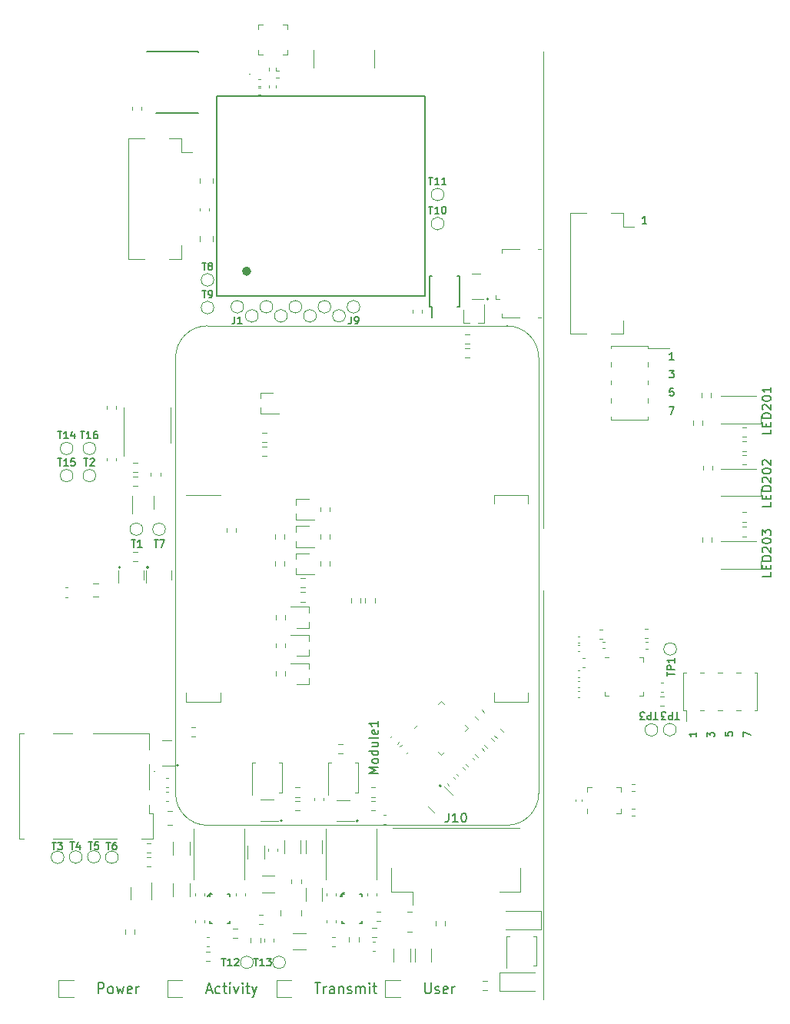
<source format=gbr>
%TF.GenerationSoftware,KiCad,Pcbnew,5.99.0-1.20210520gite8102d8.fc33*%
%TF.CreationDate,2021-05-24T11:11:45+01:00*%
%TF.ProjectId,bugg-panel-r3,62756767-2d70-4616-9e65-6c2d72332e6b,rev?*%
%TF.SameCoordinates,Original*%
%TF.FileFunction,Legend,Top*%
%TF.FilePolarity,Positive*%
%FSLAX46Y46*%
G04 Gerber Fmt 4.6, Leading zero omitted, Abs format (unit mm)*
G04 Created by KiCad (PCBNEW 5.99.0-1.20210520gite8102d8.fc33) date 2021-05-24 11:11:45*
%MOMM*%
%LPD*%
G01*
G04 APERTURE LIST*
%ADD10C,0.200000*%
%ADD11C,0.150000*%
%ADD12C,0.120000*%
%ADD13C,0.010000*%
%ADD14C,0.100000*%
%ADD15C,0.127000*%
%ADD16C,0.508000*%
G04 APERTURE END LIST*
D10*
X-250000Y-27000000D02*
G75*
G03*
X-250000Y-27000000I-100000J0D01*
G01*
X17250000Y-23150000D02*
G75*
G03*
X17250000Y-23150000I-100000J0D01*
G01*
X-18100000Y900000D02*
G75*
G03*
X-18100000Y900000I-100000J0D01*
G01*
X-15000000Y900000D02*
G75*
G03*
X-15000000Y900000I-100000J0D01*
G01*
X-11700000Y-20900000D02*
G75*
G03*
X-11700000Y-20900000I-100000J0D01*
G01*
X22450000Y30450000D02*
G75*
G03*
X22450000Y30450000I-100000J0D01*
G01*
X8100000Y-27000000D02*
G75*
G03*
X8100000Y-27000000I-100000J0D01*
G01*
D11*
X45361904Y-17271428D02*
X45361904Y-17728571D01*
X45361904Y-17500000D02*
X44561904Y-17500000D01*
X44676190Y-17576190D01*
X44752380Y-17652380D01*
X44790476Y-17728571D01*
X39878571Y38788095D02*
X39421428Y38788095D01*
X39650000Y38788095D02*
X39650000Y39588095D01*
X39573809Y39473809D01*
X39497619Y39397619D01*
X39421428Y39359523D01*
X48561904Y-17259523D02*
X48561904Y-17640476D01*
X48942857Y-17678571D01*
X48904761Y-17640476D01*
X48866666Y-17564285D01*
X48866666Y-17373809D01*
X48904761Y-17297619D01*
X48942857Y-17259523D01*
X49019047Y-17221428D01*
X49209523Y-17221428D01*
X49285714Y-17259523D01*
X49323809Y-17297619D01*
X49361904Y-17373809D01*
X49361904Y-17564285D01*
X49323809Y-17640476D01*
X49285714Y-17678571D01*
D10*
X15491904Y-44842857D02*
X15491904Y-45814285D01*
X15544285Y-45928571D01*
X15596666Y-45985714D01*
X15701428Y-46042857D01*
X15910952Y-46042857D01*
X16015714Y-45985714D01*
X16068095Y-45928571D01*
X16120476Y-45814285D01*
X16120476Y-44842857D01*
X16591904Y-45985714D02*
X16696666Y-46042857D01*
X16906190Y-46042857D01*
X17010952Y-45985714D01*
X17063333Y-45871428D01*
X17063333Y-45814285D01*
X17010952Y-45700000D01*
X16906190Y-45642857D01*
X16749047Y-45642857D01*
X16644285Y-45585714D01*
X16591904Y-45471428D01*
X16591904Y-45414285D01*
X16644285Y-45300000D01*
X16749047Y-45242857D01*
X16906190Y-45242857D01*
X17010952Y-45300000D01*
X17953809Y-45985714D02*
X17849047Y-46042857D01*
X17639523Y-46042857D01*
X17534761Y-45985714D01*
X17482380Y-45871428D01*
X17482380Y-45414285D01*
X17534761Y-45300000D01*
X17639523Y-45242857D01*
X17849047Y-45242857D01*
X17953809Y-45300000D01*
X18006190Y-45414285D01*
X18006190Y-45528571D01*
X17482380Y-45642857D01*
X18477619Y-46042857D02*
X18477619Y-45242857D01*
X18477619Y-45471428D02*
X18530000Y-45357142D01*
X18582380Y-45300000D01*
X18687142Y-45242857D01*
X18791904Y-45242857D01*
X-8560476Y-45700000D02*
X-8036666Y-45700000D01*
X-8665238Y-46042857D02*
X-8298571Y-44842857D01*
X-7931904Y-46042857D01*
X-7093809Y-45985714D02*
X-7198571Y-46042857D01*
X-7408095Y-46042857D01*
X-7512857Y-45985714D01*
X-7565238Y-45928571D01*
X-7617619Y-45814285D01*
X-7617619Y-45471428D01*
X-7565238Y-45357142D01*
X-7512857Y-45300000D01*
X-7408095Y-45242857D01*
X-7198571Y-45242857D01*
X-7093809Y-45300000D01*
X-6779523Y-45242857D02*
X-6360476Y-45242857D01*
X-6622380Y-44842857D02*
X-6622380Y-45871428D01*
X-6570000Y-45985714D01*
X-6465238Y-46042857D01*
X-6360476Y-46042857D01*
X-5993809Y-46042857D02*
X-5993809Y-45242857D01*
X-5993809Y-44842857D02*
X-6046190Y-44900000D01*
X-5993809Y-44957142D01*
X-5941428Y-44900000D01*
X-5993809Y-44842857D01*
X-5993809Y-44957142D01*
X-5574761Y-45242857D02*
X-5312857Y-46042857D01*
X-5050952Y-45242857D01*
X-4631904Y-46042857D02*
X-4631904Y-45242857D01*
X-4631904Y-44842857D02*
X-4684285Y-44900000D01*
X-4631904Y-44957142D01*
X-4579523Y-44900000D01*
X-4631904Y-44842857D01*
X-4631904Y-44957142D01*
X-4265238Y-45242857D02*
X-3846190Y-45242857D01*
X-4108095Y-44842857D02*
X-4108095Y-45871428D01*
X-4055714Y-45985714D01*
X-3950952Y-46042857D01*
X-3846190Y-46042857D01*
X-3584285Y-45242857D02*
X-3322380Y-46042857D01*
X-3060476Y-45242857D02*
X-3322380Y-46042857D01*
X-3427142Y-46328571D01*
X-3479523Y-46385714D01*
X-3584285Y-46442857D01*
D11*
X42840476Y20588095D02*
X42459523Y20588095D01*
X42421428Y20207142D01*
X42459523Y20245238D01*
X42535714Y20283333D01*
X42726190Y20283333D01*
X42802380Y20245238D01*
X42840476Y20207142D01*
X42878571Y20130952D01*
X42878571Y19940476D01*
X42840476Y19864285D01*
X42802380Y19826190D01*
X42726190Y19788095D01*
X42535714Y19788095D01*
X42459523Y19826190D01*
X42421428Y19864285D01*
X42878571Y23788095D02*
X42421428Y23788095D01*
X42650000Y23788095D02*
X42650000Y24588095D01*
X42573809Y24473809D01*
X42497619Y24397619D01*
X42421428Y24359523D01*
X46561904Y-17766666D02*
X46561904Y-17271428D01*
X46866666Y-17538095D01*
X46866666Y-17423809D01*
X46904761Y-17347619D01*
X46942857Y-17309523D01*
X47019047Y-17271428D01*
X47209523Y-17271428D01*
X47285714Y-17309523D01*
X47323809Y-17347619D01*
X47361904Y-17423809D01*
X47361904Y-17652380D01*
X47323809Y-17728571D01*
X47285714Y-17766666D01*
X7353333Y28530495D02*
X7353333Y27959066D01*
X7315238Y27844780D01*
X7239047Y27768590D01*
X7124761Y27730495D01*
X7048571Y27730495D01*
X7772380Y27730495D02*
X7924761Y27730495D01*
X8000952Y27768590D01*
X8039047Y27806685D01*
X8115238Y27920971D01*
X8153333Y28073352D01*
X8153333Y28378114D01*
X8115238Y28454304D01*
X8077142Y28492400D01*
X8000952Y28530495D01*
X7848571Y28530495D01*
X7772380Y28492400D01*
X7734285Y28454304D01*
X7696190Y28378114D01*
X7696190Y28187638D01*
X7734285Y28111447D01*
X7772380Y28073352D01*
X7848571Y28035257D01*
X8000952Y28035257D01*
X8077142Y28073352D01*
X8115238Y28111447D01*
X8153333Y28187638D01*
X41109523Y-15838095D02*
X40652380Y-15838095D01*
X40880952Y-15038095D02*
X40880952Y-15838095D01*
X40385714Y-15038095D02*
X40385714Y-15838095D01*
X40080952Y-15838095D01*
X40004761Y-15800000D01*
X39966666Y-15761904D01*
X39928571Y-15685714D01*
X39928571Y-15571428D01*
X39966666Y-15495238D01*
X40004761Y-15457142D01*
X40080952Y-15419047D01*
X40385714Y-15419047D01*
X39661904Y-15838095D02*
X39166666Y-15838095D01*
X39433333Y-15533333D01*
X39319047Y-15533333D01*
X39242857Y-15495238D01*
X39204761Y-15457142D01*
X39166666Y-15380952D01*
X39166666Y-15190476D01*
X39204761Y-15114285D01*
X39242857Y-15076190D01*
X39319047Y-15038095D01*
X39547619Y-15038095D01*
X39623809Y-15076190D01*
X39661904Y-15114285D01*
X42383333Y18588095D02*
X42916666Y18588095D01*
X42573809Y17788095D01*
X50561904Y-17716666D02*
X50561904Y-17183333D01*
X51361904Y-17526190D01*
X42161904Y-11059523D02*
X42161904Y-10602380D01*
X42961904Y-10830952D02*
X42161904Y-10830952D01*
X42961904Y-10335714D02*
X42161904Y-10335714D01*
X42161904Y-10030952D01*
X42200000Y-9954761D01*
X42238095Y-9916666D01*
X42314285Y-9878571D01*
X42428571Y-9878571D01*
X42504761Y-9916666D01*
X42542857Y-9954761D01*
X42580952Y-10030952D01*
X42580952Y-10335714D01*
X42961904Y-9116666D02*
X42961904Y-9573809D01*
X42961904Y-9345238D02*
X42161904Y-9345238D01*
X42276190Y-9421428D01*
X42352380Y-9497619D01*
X42390476Y-9573809D01*
X-5499066Y28530495D02*
X-5499066Y27959066D01*
X-5537161Y27844780D01*
X-5613352Y27768590D01*
X-5727638Y27730495D01*
X-5803828Y27730495D01*
X-4699066Y27730495D02*
X-5156209Y27730495D01*
X-4927638Y27730495D02*
X-4927638Y28530495D01*
X-5003828Y28416209D01*
X-5080019Y28340019D01*
X-5156209Y28301923D01*
X43459523Y-15838095D02*
X43002380Y-15838095D01*
X43230952Y-15038095D02*
X43230952Y-15838095D01*
X42735714Y-15038095D02*
X42735714Y-15838095D01*
X42430952Y-15838095D01*
X42354761Y-15800000D01*
X42316666Y-15761904D01*
X42278571Y-15685714D01*
X42278571Y-15571428D01*
X42316666Y-15495238D01*
X42354761Y-15457142D01*
X42430952Y-15419047D01*
X42735714Y-15419047D01*
X42011904Y-15838095D02*
X41516666Y-15838095D01*
X41783333Y-15533333D01*
X41669047Y-15533333D01*
X41592857Y-15495238D01*
X41554761Y-15457142D01*
X41516666Y-15380952D01*
X41516666Y-15190476D01*
X41554761Y-15114285D01*
X41592857Y-15076190D01*
X41669047Y-15038095D01*
X41897619Y-15038095D01*
X41973809Y-15076190D01*
X42011904Y-15114285D01*
X42383333Y22588095D02*
X42878571Y22588095D01*
X42611904Y22283333D01*
X42726190Y22283333D01*
X42802380Y22245238D01*
X42840476Y22207142D01*
X42878571Y22130952D01*
X42878571Y21940476D01*
X42840476Y21864285D01*
X42802380Y21826190D01*
X42726190Y21788095D01*
X42497619Y21788095D01*
X42421428Y21826190D01*
X42383333Y21864285D01*
D10*
X3334761Y-44842857D02*
X3963333Y-44842857D01*
X3649047Y-46042857D02*
X3649047Y-44842857D01*
X4330000Y-46042857D02*
X4330000Y-45242857D01*
X4330000Y-45471428D02*
X4382380Y-45357142D01*
X4434761Y-45300000D01*
X4539523Y-45242857D01*
X4644285Y-45242857D01*
X5482380Y-46042857D02*
X5482380Y-45414285D01*
X5430000Y-45300000D01*
X5325238Y-45242857D01*
X5115714Y-45242857D01*
X5010952Y-45300000D01*
X5482380Y-45985714D02*
X5377619Y-46042857D01*
X5115714Y-46042857D01*
X5010952Y-45985714D01*
X4958571Y-45871428D01*
X4958571Y-45757142D01*
X5010952Y-45642857D01*
X5115714Y-45585714D01*
X5377619Y-45585714D01*
X5482380Y-45528571D01*
X6006190Y-45242857D02*
X6006190Y-46042857D01*
X6006190Y-45357142D02*
X6058571Y-45300000D01*
X6163333Y-45242857D01*
X6320476Y-45242857D01*
X6425238Y-45300000D01*
X6477619Y-45414285D01*
X6477619Y-46042857D01*
X6949047Y-45985714D02*
X7053809Y-46042857D01*
X7263333Y-46042857D01*
X7368095Y-45985714D01*
X7420476Y-45871428D01*
X7420476Y-45814285D01*
X7368095Y-45700000D01*
X7263333Y-45642857D01*
X7106190Y-45642857D01*
X7001428Y-45585714D01*
X6949047Y-45471428D01*
X6949047Y-45414285D01*
X7001428Y-45300000D01*
X7106190Y-45242857D01*
X7263333Y-45242857D01*
X7368095Y-45300000D01*
X7891904Y-46042857D02*
X7891904Y-45242857D01*
X7891904Y-45357142D02*
X7944285Y-45300000D01*
X8049047Y-45242857D01*
X8206190Y-45242857D01*
X8310952Y-45300000D01*
X8363333Y-45414285D01*
X8363333Y-46042857D01*
X8363333Y-45414285D02*
X8415714Y-45300000D01*
X8520476Y-45242857D01*
X8677619Y-45242857D01*
X8782380Y-45300000D01*
X8834761Y-45414285D01*
X8834761Y-46042857D01*
X9358571Y-46042857D02*
X9358571Y-45242857D01*
X9358571Y-44842857D02*
X9306190Y-44900000D01*
X9358571Y-44957142D01*
X9410952Y-44900000D01*
X9358571Y-44842857D01*
X9358571Y-44957142D01*
X9725238Y-45242857D02*
X10144285Y-45242857D01*
X9882380Y-44842857D02*
X9882380Y-45871428D01*
X9934761Y-45985714D01*
X10039523Y-46042857D01*
X10144285Y-46042857D01*
X-20508095Y-46042857D02*
X-20508095Y-44842857D01*
X-20089047Y-44842857D01*
X-19984285Y-44900000D01*
X-19931904Y-44957142D01*
X-19879523Y-45071428D01*
X-19879523Y-45242857D01*
X-19931904Y-45357142D01*
X-19984285Y-45414285D01*
X-20089047Y-45471428D01*
X-20508095Y-45471428D01*
X-19250952Y-46042857D02*
X-19355714Y-45985714D01*
X-19408095Y-45928571D01*
X-19460476Y-45814285D01*
X-19460476Y-45471428D01*
X-19408095Y-45357142D01*
X-19355714Y-45300000D01*
X-19250952Y-45242857D01*
X-19093809Y-45242857D01*
X-18989047Y-45300000D01*
X-18936666Y-45357142D01*
X-18884285Y-45471428D01*
X-18884285Y-45814285D01*
X-18936666Y-45928571D01*
X-18989047Y-45985714D01*
X-19093809Y-46042857D01*
X-19250952Y-46042857D01*
X-18517619Y-45242857D02*
X-18308095Y-46042857D01*
X-18098571Y-45471428D01*
X-17889047Y-46042857D01*
X-17679523Y-45242857D01*
X-16841428Y-45985714D02*
X-16946190Y-46042857D01*
X-17155714Y-46042857D01*
X-17260476Y-45985714D01*
X-17312857Y-45871428D01*
X-17312857Y-45414285D01*
X-17260476Y-45300000D01*
X-17155714Y-45242857D01*
X-16946190Y-45242857D01*
X-16841428Y-45300000D01*
X-16789047Y-45414285D01*
X-16789047Y-45528571D01*
X-17312857Y-45642857D01*
X-16317619Y-46042857D02*
X-16317619Y-45242857D01*
X-16317619Y-45471428D02*
X-16265238Y-45357142D01*
X-16212857Y-45300000D01*
X-16108095Y-45242857D01*
X-16003333Y-45242857D01*
D11*
%TO.C,T10*%
X15875123Y40646495D02*
X16332266Y40646495D01*
X16103695Y39846495D02*
X16103695Y40646495D01*
X17017980Y39846495D02*
X16560838Y39846495D01*
X16789409Y39846495D02*
X16789409Y40646495D01*
X16713219Y40532209D01*
X16637028Y40456019D01*
X16560838Y40417923D01*
X17513219Y40646495D02*
X17589409Y40646495D01*
X17665600Y40608400D01*
X17703695Y40570304D01*
X17741790Y40494114D01*
X17779885Y40341733D01*
X17779885Y40151257D01*
X17741790Y39998876D01*
X17703695Y39922685D01*
X17665600Y39884590D01*
X17589409Y39846495D01*
X17513219Y39846495D01*
X17437028Y39884590D01*
X17398933Y39922685D01*
X17360838Y39998876D01*
X17322742Y40151257D01*
X17322742Y40341733D01*
X17360838Y40494114D01*
X17398933Y40570304D01*
X17437028Y40608400D01*
X17513219Y40646495D01*
%TO.C,J10*%
X18090476Y-26152380D02*
X18090476Y-26866666D01*
X18042857Y-27009523D01*
X17947619Y-27104761D01*
X17804761Y-27152380D01*
X17709523Y-27152380D01*
X19090476Y-27152380D02*
X18519047Y-27152380D01*
X18804761Y-27152380D02*
X18804761Y-26152380D01*
X18709523Y-26295238D01*
X18614285Y-26390476D01*
X18519047Y-26438095D01*
X19709523Y-26152380D02*
X19804761Y-26152380D01*
X19900000Y-26200000D01*
X19947619Y-26247619D01*
X19995238Y-26342857D01*
X20042857Y-26533333D01*
X20042857Y-26771428D01*
X19995238Y-26961904D01*
X19947619Y-27057142D01*
X19900000Y-27104761D01*
X19804761Y-27152380D01*
X19709523Y-27152380D01*
X19614285Y-27104761D01*
X19566666Y-27057142D01*
X19519047Y-26961904D01*
X19471428Y-26771428D01*
X19471428Y-26533333D01*
X19519047Y-26342857D01*
X19566666Y-26247619D01*
X19614285Y-26200000D01*
X19709523Y-26152380D01*
%TO.C,T7*%
X-14365523Y3943295D02*
X-13908380Y3943295D01*
X-14136952Y3143295D02*
X-14136952Y3943295D01*
X-13717904Y3943295D02*
X-13184571Y3943295D01*
X-13527428Y3143295D01*
%TO.C,T4*%
X-23609523Y-29356504D02*
X-23152380Y-29356504D01*
X-23380952Y-30156504D02*
X-23380952Y-29356504D01*
X-22542857Y-29623171D02*
X-22542857Y-30156504D01*
X-22733333Y-29318409D02*
X-22923809Y-29889838D01*
X-22428571Y-29889838D01*
%TO.C,T15*%
X-24990476Y12886095D02*
X-24533333Y12886095D01*
X-24761904Y12086095D02*
X-24761904Y12886095D01*
X-23847619Y12086095D02*
X-24304761Y12086095D01*
X-24076190Y12086095D02*
X-24076190Y12886095D01*
X-24152380Y12771809D01*
X-24228571Y12695619D01*
X-24304761Y12657523D01*
X-23123809Y12886095D02*
X-23504761Y12886095D01*
X-23542857Y12505142D01*
X-23504761Y12543238D01*
X-23428571Y12581333D01*
X-23238095Y12581333D01*
X-23161904Y12543238D01*
X-23123809Y12505142D01*
X-23085714Y12428952D01*
X-23085714Y12238476D01*
X-23123809Y12162285D01*
X-23161904Y12124190D01*
X-23238095Y12086095D01*
X-23428571Y12086095D01*
X-23504761Y12124190D01*
X-23542857Y12162285D01*
%TO.C,LED203*%
X53602380Y378571D02*
X53602380Y-97619D01*
X52602380Y-97619D01*
X53078571Y711904D02*
X53078571Y1045238D01*
X53602380Y1188095D02*
X53602380Y711904D01*
X52602380Y711904D01*
X52602380Y1188095D01*
X53602380Y1616666D02*
X52602380Y1616666D01*
X52602380Y1854761D01*
X52650000Y1997619D01*
X52745238Y2092857D01*
X52840476Y2140476D01*
X53030952Y2188095D01*
X53173809Y2188095D01*
X53364285Y2140476D01*
X53459523Y2092857D01*
X53554761Y1997619D01*
X53602380Y1854761D01*
X53602380Y1616666D01*
X52697619Y2569047D02*
X52650000Y2616666D01*
X52602380Y2711904D01*
X52602380Y2950000D01*
X52650000Y3045238D01*
X52697619Y3092857D01*
X52792857Y3140476D01*
X52888095Y3140476D01*
X53030952Y3092857D01*
X53602380Y2521428D01*
X53602380Y3140476D01*
X52602380Y3759523D02*
X52602380Y3854761D01*
X52650000Y3950000D01*
X52697619Y3997619D01*
X52792857Y4045238D01*
X52983333Y4092857D01*
X53221428Y4092857D01*
X53411904Y4045238D01*
X53507142Y3997619D01*
X53554761Y3950000D01*
X53602380Y3854761D01*
X53602380Y3759523D01*
X53554761Y3664285D01*
X53507142Y3616666D01*
X53411904Y3569047D01*
X53221428Y3521428D01*
X52983333Y3521428D01*
X52792857Y3569047D01*
X52697619Y3616666D01*
X52650000Y3664285D01*
X52602380Y3759523D01*
X52602380Y4426190D02*
X52602380Y5045238D01*
X52983333Y4711904D01*
X52983333Y4854761D01*
X53030952Y4950000D01*
X53078571Y4997619D01*
X53173809Y5045238D01*
X53411904Y5045238D01*
X53507142Y4997619D01*
X53554761Y4950000D01*
X53602380Y4854761D01*
X53602380Y4569047D01*
X53554761Y4473809D01*
X53507142Y4426190D01*
%TO.C,T1*%
X-16865523Y3943295D02*
X-16408380Y3943295D01*
X-16636952Y3143295D02*
X-16636952Y3943295D01*
X-15722666Y3143295D02*
X-16179809Y3143295D01*
X-15951238Y3143295D02*
X-15951238Y3943295D01*
X-16027428Y3829009D01*
X-16103619Y3752819D01*
X-16179809Y3714723D01*
%TO.C,T2*%
X-22109523Y12886095D02*
X-21652380Y12886095D01*
X-21880952Y12086095D02*
X-21880952Y12886095D01*
X-21423809Y12809904D02*
X-21385714Y12848000D01*
X-21309523Y12886095D01*
X-21119047Y12886095D01*
X-21042857Y12848000D01*
X-21004761Y12809904D01*
X-20966666Y12733714D01*
X-20966666Y12657523D01*
X-21004761Y12543238D01*
X-21461904Y12086095D01*
X-20966666Y12086095D01*
%TO.C,T6*%
X-19634523Y-29381504D02*
X-19177380Y-29381504D01*
X-19405952Y-30181504D02*
X-19405952Y-29381504D01*
X-18567857Y-29381504D02*
X-18720238Y-29381504D01*
X-18796428Y-29419600D01*
X-18834523Y-29457695D01*
X-18910714Y-29571980D01*
X-18948809Y-29724361D01*
X-18948809Y-30029123D01*
X-18910714Y-30105314D01*
X-18872619Y-30143409D01*
X-18796428Y-30181504D01*
X-18644047Y-30181504D01*
X-18567857Y-30143409D01*
X-18529761Y-30105314D01*
X-18491666Y-30029123D01*
X-18491666Y-29838647D01*
X-18529761Y-29762457D01*
X-18567857Y-29724361D01*
X-18644047Y-29686266D01*
X-18796428Y-29686266D01*
X-18872619Y-29724361D01*
X-18910714Y-29762457D01*
X-18948809Y-29838647D01*
%TO.C,Module1*%
X10332380Y-21777142D02*
X9332380Y-21777142D01*
X10046666Y-21443809D01*
X9332380Y-21110476D01*
X10332380Y-21110476D01*
X10332380Y-20491428D02*
X10284761Y-20586666D01*
X10237142Y-20634285D01*
X10141904Y-20681904D01*
X9856190Y-20681904D01*
X9760952Y-20634285D01*
X9713333Y-20586666D01*
X9665714Y-20491428D01*
X9665714Y-20348571D01*
X9713333Y-20253333D01*
X9760952Y-20205714D01*
X9856190Y-20158095D01*
X10141904Y-20158095D01*
X10237142Y-20205714D01*
X10284761Y-20253333D01*
X10332380Y-20348571D01*
X10332380Y-20491428D01*
X10332380Y-19300952D02*
X9332380Y-19300952D01*
X10284761Y-19300952D02*
X10332380Y-19396190D01*
X10332380Y-19586666D01*
X10284761Y-19681904D01*
X10237142Y-19729523D01*
X10141904Y-19777142D01*
X9856190Y-19777142D01*
X9760952Y-19729523D01*
X9713333Y-19681904D01*
X9665714Y-19586666D01*
X9665714Y-19396190D01*
X9713333Y-19300952D01*
X9665714Y-18396190D02*
X10332380Y-18396190D01*
X9665714Y-18824761D02*
X10189523Y-18824761D01*
X10284761Y-18777142D01*
X10332380Y-18681904D01*
X10332380Y-18539047D01*
X10284761Y-18443809D01*
X10237142Y-18396190D01*
X10332380Y-17777142D02*
X10284761Y-17872380D01*
X10189523Y-17920000D01*
X9332380Y-17920000D01*
X10284761Y-17015238D02*
X10332380Y-17110476D01*
X10332380Y-17300952D01*
X10284761Y-17396190D01*
X10189523Y-17443809D01*
X9808571Y-17443809D01*
X9713333Y-17396190D01*
X9665714Y-17300952D01*
X9665714Y-17110476D01*
X9713333Y-17015238D01*
X9808571Y-16967619D01*
X9903809Y-16967619D01*
X9999047Y-17443809D01*
X10332380Y-16015238D02*
X10332380Y-16586666D01*
X10332380Y-16300952D02*
X9332380Y-16300952D01*
X9475238Y-16396190D01*
X9570476Y-16491428D01*
X9618095Y-16586666D01*
%TO.C,T13*%
X-3390476Y-42161904D02*
X-2933333Y-42161904D01*
X-3161904Y-42961904D02*
X-3161904Y-42161904D01*
X-2247619Y-42961904D02*
X-2704761Y-42961904D01*
X-2476190Y-42961904D02*
X-2476190Y-42161904D01*
X-2552380Y-42276190D01*
X-2628571Y-42352380D01*
X-2704761Y-42390476D01*
X-1980952Y-42161904D02*
X-1485714Y-42161904D01*
X-1752380Y-42466666D01*
X-1638095Y-42466666D01*
X-1561904Y-42504761D01*
X-1523809Y-42542857D01*
X-1485714Y-42619047D01*
X-1485714Y-42809523D01*
X-1523809Y-42885714D01*
X-1561904Y-42923809D01*
X-1638095Y-42961904D01*
X-1866666Y-42961904D01*
X-1942857Y-42923809D01*
X-1980952Y-42885714D01*
%TO.C,T12*%
X-6940476Y-42161904D02*
X-6483333Y-42161904D01*
X-6711904Y-42961904D02*
X-6711904Y-42161904D01*
X-5797619Y-42961904D02*
X-6254761Y-42961904D01*
X-6026190Y-42961904D02*
X-6026190Y-42161904D01*
X-6102380Y-42276190D01*
X-6178571Y-42352380D01*
X-6254761Y-42390476D01*
X-5492857Y-42238095D02*
X-5454761Y-42200000D01*
X-5378571Y-42161904D01*
X-5188095Y-42161904D01*
X-5111904Y-42200000D01*
X-5073809Y-42238095D01*
X-5035714Y-42314285D01*
X-5035714Y-42390476D01*
X-5073809Y-42504761D01*
X-5530952Y-42961904D01*
X-5035714Y-42961904D01*
%TO.C,LED202*%
X53602380Y8078571D02*
X53602380Y7602380D01*
X52602380Y7602380D01*
X53078571Y8411904D02*
X53078571Y8745238D01*
X53602380Y8888095D02*
X53602380Y8411904D01*
X52602380Y8411904D01*
X52602380Y8888095D01*
X53602380Y9316666D02*
X52602380Y9316666D01*
X52602380Y9554761D01*
X52650000Y9697619D01*
X52745238Y9792857D01*
X52840476Y9840476D01*
X53030952Y9888095D01*
X53173809Y9888095D01*
X53364285Y9840476D01*
X53459523Y9792857D01*
X53554761Y9697619D01*
X53602380Y9554761D01*
X53602380Y9316666D01*
X52697619Y10269047D02*
X52650000Y10316666D01*
X52602380Y10411904D01*
X52602380Y10650000D01*
X52650000Y10745238D01*
X52697619Y10792857D01*
X52792857Y10840476D01*
X52888095Y10840476D01*
X53030952Y10792857D01*
X53602380Y10221428D01*
X53602380Y10840476D01*
X52602380Y11459523D02*
X52602380Y11554761D01*
X52650000Y11650000D01*
X52697619Y11697619D01*
X52792857Y11745238D01*
X52983333Y11792857D01*
X53221428Y11792857D01*
X53411904Y11745238D01*
X53507142Y11697619D01*
X53554761Y11650000D01*
X53602380Y11554761D01*
X53602380Y11459523D01*
X53554761Y11364285D01*
X53507142Y11316666D01*
X53411904Y11269047D01*
X53221428Y11221428D01*
X52983333Y11221428D01*
X52792857Y11269047D01*
X52697619Y11316666D01*
X52650000Y11364285D01*
X52602380Y11459523D01*
X52697619Y12173809D02*
X52650000Y12221428D01*
X52602380Y12316666D01*
X52602380Y12554761D01*
X52650000Y12650000D01*
X52697619Y12697619D01*
X52792857Y12745238D01*
X52888095Y12745238D01*
X53030952Y12697619D01*
X53602380Y12126190D01*
X53602380Y12745238D01*
%TO.C,T16*%
X-22490476Y15886095D02*
X-22033333Y15886095D01*
X-22261904Y15086095D02*
X-22261904Y15886095D01*
X-21347619Y15086095D02*
X-21804761Y15086095D01*
X-21576190Y15086095D02*
X-21576190Y15886095D01*
X-21652380Y15771809D01*
X-21728571Y15695619D01*
X-21804761Y15657523D01*
X-20661904Y15886095D02*
X-20814285Y15886095D01*
X-20890476Y15848000D01*
X-20928571Y15809904D01*
X-21004761Y15695619D01*
X-21042857Y15543238D01*
X-21042857Y15238476D01*
X-21004761Y15162285D01*
X-20966666Y15124190D01*
X-20890476Y15086095D01*
X-20738095Y15086095D01*
X-20661904Y15124190D01*
X-20623809Y15162285D01*
X-20585714Y15238476D01*
X-20585714Y15428952D01*
X-20623809Y15505142D01*
X-20661904Y15543238D01*
X-20738095Y15581333D01*
X-20890476Y15581333D01*
X-20966666Y15543238D01*
X-21004761Y15505142D01*
X-21042857Y15428952D01*
%TO.C,T5*%
X-21609523Y-29331504D02*
X-21152380Y-29331504D01*
X-21380952Y-30131504D02*
X-21380952Y-29331504D01*
X-20504761Y-29331504D02*
X-20885714Y-29331504D01*
X-20923809Y-29712457D01*
X-20885714Y-29674361D01*
X-20809523Y-29636266D01*
X-20619047Y-29636266D01*
X-20542857Y-29674361D01*
X-20504761Y-29712457D01*
X-20466666Y-29788647D01*
X-20466666Y-29979123D01*
X-20504761Y-30055314D01*
X-20542857Y-30093409D01*
X-20619047Y-30131504D01*
X-20809523Y-30131504D01*
X-20885714Y-30093409D01*
X-20923809Y-30055314D01*
%TO.C,T8*%
X-9093123Y34448895D02*
X-8635980Y34448895D01*
X-8864552Y33648895D02*
X-8864552Y34448895D01*
X-8255028Y34106038D02*
X-8331219Y34144133D01*
X-8369314Y34182228D01*
X-8407409Y34258419D01*
X-8407409Y34296514D01*
X-8369314Y34372704D01*
X-8331219Y34410800D01*
X-8255028Y34448895D01*
X-8102647Y34448895D01*
X-8026457Y34410800D01*
X-7988361Y34372704D01*
X-7950266Y34296514D01*
X-7950266Y34258419D01*
X-7988361Y34182228D01*
X-8026457Y34144133D01*
X-8102647Y34106038D01*
X-8255028Y34106038D01*
X-8331219Y34067942D01*
X-8369314Y34029847D01*
X-8407409Y33953657D01*
X-8407409Y33801276D01*
X-8369314Y33725085D01*
X-8331219Y33686990D01*
X-8255028Y33648895D01*
X-8102647Y33648895D01*
X-8026457Y33686990D01*
X-7988361Y33725085D01*
X-7950266Y33801276D01*
X-7950266Y33953657D01*
X-7988361Y34029847D01*
X-8026457Y34067942D01*
X-8102647Y34106038D01*
%TO.C,T9*%
X-9093123Y31400895D02*
X-8635980Y31400895D01*
X-8864552Y30600895D02*
X-8864552Y31400895D01*
X-8331219Y30600895D02*
X-8178838Y30600895D01*
X-8102647Y30638990D01*
X-8064552Y30677085D01*
X-7988361Y30791371D01*
X-7950266Y30943752D01*
X-7950266Y31248514D01*
X-7988361Y31324704D01*
X-8026457Y31362800D01*
X-8102647Y31400895D01*
X-8255028Y31400895D01*
X-8331219Y31362800D01*
X-8369314Y31324704D01*
X-8407409Y31248514D01*
X-8407409Y31058038D01*
X-8369314Y30981847D01*
X-8331219Y30943752D01*
X-8255028Y30905657D01*
X-8102647Y30905657D01*
X-8026457Y30943752D01*
X-7988361Y30981847D01*
X-7950266Y31058038D01*
%TO.C,T3*%
X-25609523Y-29381504D02*
X-25152380Y-29381504D01*
X-25380952Y-30181504D02*
X-25380952Y-29381504D01*
X-24961904Y-29381504D02*
X-24466666Y-29381504D01*
X-24733333Y-29686266D01*
X-24619047Y-29686266D01*
X-24542857Y-29724361D01*
X-24504761Y-29762457D01*
X-24466666Y-29838647D01*
X-24466666Y-30029123D01*
X-24504761Y-30105314D01*
X-24542857Y-30143409D01*
X-24619047Y-30181504D01*
X-24847619Y-30181504D01*
X-24923809Y-30143409D01*
X-24961904Y-30105314D01*
%TO.C,T14*%
X-24990476Y15886095D02*
X-24533333Y15886095D01*
X-24761904Y15086095D02*
X-24761904Y15886095D01*
X-23847619Y15086095D02*
X-24304761Y15086095D01*
X-24076190Y15086095D02*
X-24076190Y15886095D01*
X-24152380Y15771809D01*
X-24228571Y15695619D01*
X-24304761Y15657523D01*
X-23161904Y15619428D02*
X-23161904Y15086095D01*
X-23352380Y15924190D02*
X-23542857Y15352761D01*
X-23047619Y15352761D01*
%TO.C,LED201*%
X53602380Y16078571D02*
X53602380Y15602380D01*
X52602380Y15602380D01*
X53078571Y16411904D02*
X53078571Y16745238D01*
X53602380Y16888095D02*
X53602380Y16411904D01*
X52602380Y16411904D01*
X52602380Y16888095D01*
X53602380Y17316666D02*
X52602380Y17316666D01*
X52602380Y17554761D01*
X52650000Y17697619D01*
X52745238Y17792857D01*
X52840476Y17840476D01*
X53030952Y17888095D01*
X53173809Y17888095D01*
X53364285Y17840476D01*
X53459523Y17792857D01*
X53554761Y17697619D01*
X53602380Y17554761D01*
X53602380Y17316666D01*
X52697619Y18269047D02*
X52650000Y18316666D01*
X52602380Y18411904D01*
X52602380Y18650000D01*
X52650000Y18745238D01*
X52697619Y18792857D01*
X52792857Y18840476D01*
X52888095Y18840476D01*
X53030952Y18792857D01*
X53602380Y18221428D01*
X53602380Y18840476D01*
X52602380Y19459523D02*
X52602380Y19554761D01*
X52650000Y19650000D01*
X52697619Y19697619D01*
X52792857Y19745238D01*
X52983333Y19792857D01*
X53221428Y19792857D01*
X53411904Y19745238D01*
X53507142Y19697619D01*
X53554761Y19650000D01*
X53602380Y19554761D01*
X53602380Y19459523D01*
X53554761Y19364285D01*
X53507142Y19316666D01*
X53411904Y19269047D01*
X53221428Y19221428D01*
X52983333Y19221428D01*
X52792857Y19269047D01*
X52697619Y19316666D01*
X52650000Y19364285D01*
X52602380Y19459523D01*
X53602380Y20745238D02*
X53602380Y20173809D01*
X53602380Y20459523D02*
X52602380Y20459523D01*
X52745238Y20364285D01*
X52840476Y20269047D01*
X52888095Y20173809D01*
%TO.C,T11*%
X15875123Y43846895D02*
X16332266Y43846895D01*
X16103695Y43046895D02*
X16103695Y43846895D01*
X17017980Y43046895D02*
X16560838Y43046895D01*
X16789409Y43046895D02*
X16789409Y43846895D01*
X16713219Y43732609D01*
X16637028Y43656419D01*
X16560838Y43618323D01*
X17779885Y43046895D02*
X17322742Y43046895D01*
X17551314Y43046895D02*
X17551314Y43846895D01*
X17475123Y43732609D01*
X17398933Y43656419D01*
X17322742Y43618323D01*
D12*
%TO.C,J15*%
X23940000Y35960000D02*
X23940000Y35540000D01*
X25920000Y35960000D02*
X23940000Y35960000D01*
X28290000Y28440000D02*
X27890000Y28440000D01*
X23260000Y30890000D02*
X23260000Y30440000D01*
X23940000Y28440000D02*
X23940000Y28860000D01*
X25920000Y28440000D02*
X23940000Y28440000D01*
X27890000Y35960000D02*
X28290000Y35960000D01*
X23710000Y30440000D02*
X23260000Y30440000D01*
%TO.C,Q3*%
X24470600Y-39722500D02*
X24805600Y-39722500D01*
X27405600Y-42992500D02*
X27740600Y-42992500D01*
X24470600Y-43227500D02*
X24470600Y-39722500D01*
X27405600Y-39722500D02*
X27740600Y-39722500D01*
X27740600Y-42992500D02*
X27740600Y-39722500D01*
%TO.C,D1*%
X-12900000Y-46460000D02*
X-11257500Y-46460000D01*
X-12900000Y-44540000D02*
X-12900000Y-46460000D01*
X-11257500Y-44540000D02*
X-12900000Y-44540000D01*
D13*
%TO.C,REF\u002A\u002A*%
X28500000Y-31600000D02*
X28500000Y-1600000D01*
D12*
%TO.C,R202*%
X47172500Y12087258D02*
X47172500Y11612742D01*
X46127500Y12087258D02*
X46127500Y11612742D01*
%TO.C,Q11*%
X1270000Y4800000D02*
X1270000Y5460000D01*
X1270000Y3140000D02*
X1270000Y3800000D01*
X2680000Y5460000D02*
X1270000Y5460000D01*
X1270000Y3140000D02*
X3300000Y3140000D01*
%TO.C,T10*%
X17565600Y38760400D02*
G75*
G03*
X17565600Y38760400I-700000J0D01*
G01*
%TO.C,Q1*%
X-625000Y-23885000D02*
X-290000Y-23885000D01*
X-3560000Y-20615000D02*
X-3225000Y-20615000D01*
X-3560000Y-24120000D02*
X-3560000Y-20615000D01*
X-625000Y-20615000D02*
X-290000Y-20615000D01*
X-290000Y-23885000D02*
X-290000Y-20615000D01*
%TO.C,R44*%
X8362500Y-2957258D02*
X8362500Y-2482742D01*
X7317500Y-2957258D02*
X7317500Y-2482742D01*
%TO.C,J10*%
X26010000Y-32210000D02*
X26010000Y-34860000D01*
X11900000Y-27790000D02*
X25900000Y-27790000D01*
X11790000Y-34860000D02*
X14140000Y-34860000D01*
X11790000Y-32210000D02*
X11790000Y-34860000D01*
X26010000Y-34860000D02*
X23660000Y-34860000D01*
X14140000Y-34860000D02*
X14140000Y-36250000D01*
%TO.C,T7*%
X-13125000Y5100000D02*
G75*
G03*
X-13125000Y5100000I-700000J0D01*
G01*
D11*
%TO.C,U5*%
X-8250000Y-35100000D02*
X-8050000Y-34900000D01*
X-6050000Y-35100000D02*
X-6300000Y-35100000D01*
X-6050000Y-38300000D02*
X-6050000Y-38050000D01*
X-8000000Y-35100000D02*
X-8250000Y-35100000D01*
X-8250000Y-38050000D02*
X-8250000Y-38300000D01*
X-6050000Y-35350000D02*
X-6050000Y-35100000D01*
X-6300000Y-38300000D02*
X-6050000Y-38300000D01*
X-8250000Y-38300000D02*
X-8000000Y-38300000D01*
X-8250000Y-35100000D02*
X-8250000Y-35350000D01*
X-8250000Y-35100000D02*
X-8450000Y-35300000D01*
D12*
%TO.C,C36*%
X-13690000Y11009420D02*
X-13690000Y11290580D01*
X-14710000Y11009420D02*
X-14710000Y11290580D01*
%TO.C,C23*%
X-7865000Y37361252D02*
X-7865000Y36838748D01*
X-9335000Y37361252D02*
X-9335000Y36838748D01*
%TO.C,T4*%
X-22300000Y-31000000D02*
G75*
G03*
X-22300000Y-31000000I-700000J0D01*
G01*
%TO.C,R7*%
X1162742Y-24827500D02*
X1637258Y-24827500D01*
X1162742Y-25872500D02*
X1637258Y-25872500D01*
%TO.C,D4*%
X28300000Y-38950000D02*
X24400000Y-38950000D01*
X28300000Y-36950000D02*
X24400000Y-36950000D01*
X28300000Y-38950000D02*
X28300000Y-36950000D01*
%TO.C,R8*%
X9537742Y-25872500D02*
X10012258Y-25872500D01*
X9537742Y-24827500D02*
X10012258Y-24827500D01*
%TO.C,Q9*%
X2680000Y8460000D02*
X1270000Y8460000D01*
X1270000Y6140000D02*
X1270000Y6800000D01*
X1270000Y6140000D02*
X3300000Y6140000D01*
X1270000Y7800000D02*
X1270000Y8460000D01*
%TO.C,T15*%
X-23300000Y11000000D02*
G75*
G03*
X-23300000Y11000000I-700000J0D01*
G01*
%TO.C,R43*%
X3927500Y7062742D02*
X3927500Y7537258D01*
X4972500Y7062742D02*
X4972500Y7537258D01*
%TO.C,U13*%
X-17710000Y16600000D02*
X-17710000Y13150000D01*
X-12590000Y16600000D02*
X-12590000Y18550000D01*
X-17710000Y16600000D02*
X-17710000Y18550000D01*
X-12590000Y16600000D02*
X-12590000Y14650000D01*
%TO.C,C43*%
X12010000Y-41088748D02*
X12010000Y-42511252D01*
X13830000Y-41088748D02*
X13830000Y-42511252D01*
D13*
%TO.C,REF\u002A\u002A*%
X28500000Y-46700000D02*
X28500000Y-16700000D01*
D12*
%TO.C,R201*%
X45927500Y20087258D02*
X45927500Y19612742D01*
X46972500Y20087258D02*
X46972500Y19612742D01*
%TO.C,C42*%
X-8840000Y-35240580D02*
X-8840000Y-34959420D01*
X-9860000Y-35240580D02*
X-9860000Y-34959420D01*
%TO.C,LED203*%
X52500000Y1550000D02*
X52500000Y750000D01*
X51950000Y3750000D02*
X48050000Y3750000D01*
X52500044Y750000D02*
X48050000Y750000D01*
%TO.C,C13*%
X-2240000Y-29788748D02*
X-2240000Y-31211252D01*
X-4060000Y-29788748D02*
X-4060000Y-31211252D01*
%TO.C,C104*%
X32799420Y-10100000D02*
X33080580Y-10100000D01*
X32799420Y-9080000D02*
X33080580Y-9080000D01*
%TO.C,Q4*%
X20350000Y27820000D02*
X19690000Y27820000D01*
X22010000Y27820000D02*
X22010000Y29850000D01*
X22010000Y27820000D02*
X21350000Y27820000D01*
X19690000Y29230000D02*
X19690000Y27820000D01*
%TO.C,C108*%
X34734420Y-6960000D02*
X35015580Y-6960000D01*
X34734420Y-5940000D02*
X35015580Y-5940000D01*
%TO.C,U8*%
X-13454000Y-20907200D02*
X-12154000Y-20907200D01*
X-13454000Y-18107200D02*
X-12454000Y-18107200D01*
%TO.C,U11*%
X-15500000Y550000D02*
X-15500000Y-450000D01*
X-18300000Y550000D02*
X-18300000Y-750000D01*
%TO.C,J201*%
X35940000Y17490000D02*
X35940000Y17190000D01*
X35940000Y25310000D02*
X35940000Y25010000D01*
X40060000Y25010000D02*
X42440000Y25010000D01*
X35940000Y21490000D02*
X35940000Y21010000D01*
X40060000Y19490000D02*
X40060000Y19010000D01*
X35940000Y17190000D02*
X40060000Y17190000D01*
X40060000Y23490000D02*
X40060000Y23010000D01*
X35940000Y25310000D02*
X40060000Y25310000D01*
X40060000Y17490000D02*
X40060000Y17190000D01*
X35940000Y23490000D02*
X35940000Y23010000D01*
X40060000Y21490000D02*
X40060000Y21010000D01*
X35940000Y19490000D02*
X35940000Y19010000D01*
X40060000Y25310000D02*
X40060000Y25010000D01*
%TO.C,R26*%
X24135238Y-17196311D02*
X23799705Y-16860778D01*
X23396311Y-17935238D02*
X23060778Y-17599705D01*
%TO.C,R20*%
X-1680000Y53998641D02*
X-1680000Y53691359D01*
X-920000Y53998641D02*
X-920000Y53691359D01*
%TO.C,T1*%
X-15625000Y5100000D02*
G75*
G03*
X-15625000Y5100000I-700000J0D01*
G01*
%TO.C,R40*%
X1762742Y-2872500D02*
X2237258Y-2872500D01*
X1762742Y-1827500D02*
X2237258Y-1827500D01*
D14*
%TO.C,J12*%
X300000Y60645000D02*
X-200000Y60645000D01*
X-2900000Y57345000D02*
X-2400000Y57345000D01*
X-2900000Y60645000D02*
X-2400000Y60645000D01*
X-2900000Y57345000D02*
X-2900000Y57845000D01*
X300000Y57345000D02*
X300000Y57845000D01*
X-2900000Y60645000D02*
X-2900000Y60145000D01*
X300000Y57345000D02*
X-200000Y57345000D01*
X300000Y60645000D02*
X300000Y60145000D01*
D12*
%TO.C,R204*%
X46072500Y17037258D02*
X46072500Y16562742D01*
X45027500Y17037258D02*
X45027500Y16562742D01*
%TO.C,R35*%
X777500Y-33937258D02*
X777500Y-33462742D01*
X1822500Y-33937258D02*
X1822500Y-33462742D01*
%TO.C,TP101*%
X43185377Y-8089716D02*
G75*
G03*
X43185377Y-8089716I-700000J0D01*
G01*
%TO.C,R38*%
X72500Y-4362742D02*
X72500Y-4837258D01*
X-972500Y-4362742D02*
X-972500Y-4837258D01*
%TO.C,R22*%
X-15187258Y-30977500D02*
X-14712742Y-30977500D01*
X-15187258Y-32022500D02*
X-14712742Y-32022500D01*
%TO.C,C28*%
X-13090580Y-23790000D02*
X-12809420Y-23790000D01*
X-13090580Y-24810000D02*
X-12809420Y-24810000D01*
%TO.C,MIC101*%
X33370000Y-23310000D02*
X33370000Y-23810000D01*
X37090000Y-25690000D02*
X37090000Y-26190000D01*
X36590000Y-23310000D02*
X37090000Y-23310000D01*
X36590000Y-26190000D02*
X37090000Y-26190000D01*
X33370000Y-25690000D02*
X33370000Y-26190000D01*
X33370000Y-23310000D02*
X33870000Y-23310000D01*
X37090000Y-23310000D02*
X37090000Y-23810000D01*
%TO.C,T2*%
X-20800000Y11000000D02*
G75*
G03*
X-20800000Y11000000I-700000J0D01*
G01*
%TO.C,R15*%
X-5212742Y-39922500D02*
X-5687258Y-39922500D01*
X-5212742Y-38877500D02*
X-5687258Y-38877500D01*
%TO.C,R23*%
X-9812742Y-17722500D02*
X-10287258Y-17722500D01*
X-9812742Y-16677500D02*
X-10287258Y-16677500D01*
%TO.C,J5*%
X1900000Y29600000D02*
G75*
G03*
X1900000Y29600000I-700000J0D01*
G01*
%TO.C,R209*%
X50412742Y5927500D02*
X50887258Y5927500D01*
X50412742Y6972500D02*
X50887258Y6972500D01*
%TO.C,D3*%
X-900000Y-46460000D02*
X742500Y-46460000D01*
X-900000Y-44540000D02*
X-900000Y-46460000D01*
X742500Y-44540000D02*
X-900000Y-44540000D01*
D15*
%TO.C,U7*%
X15500000Y52800000D02*
X-7500000Y52800000D01*
X-7500000Y30800000D02*
X15500000Y30800000D01*
X-7500000Y52800000D02*
X-7500000Y30800000D01*
X15500000Y30800000D02*
X15500000Y52800000D01*
D16*
X-3926000Y33520000D02*
G75*
G03*
X-3926000Y33520000I-254000J0D01*
G01*
D11*
%TO.C,U15*%
X19325000Y29625000D02*
X19325000Y32975000D01*
X19325000Y29625000D02*
X19025000Y29625000D01*
X15975000Y29625000D02*
X15975000Y32975000D01*
X19325000Y32975000D02*
X19025000Y32975000D01*
X15975000Y32975000D02*
X16275000Y32975000D01*
X16200000Y29625000D02*
X16200000Y28400000D01*
X15975000Y29625000D02*
X16200000Y29625000D01*
D12*
%TO.C,R16*%
X10107258Y-38817500D02*
X9632742Y-38817500D01*
X10107258Y-39862500D02*
X9632742Y-39862500D01*
%TO.C,J8*%
X6700000Y28600000D02*
G75*
G03*
X6700000Y28600000I-700000J0D01*
G01*
%TO.C,C45*%
X14340000Y-41088748D02*
X14340000Y-42511252D01*
X16160000Y-41088748D02*
X16160000Y-42511252D01*
%TO.C,TP102*%
X41125000Y-17000000D02*
G75*
G03*
X41125000Y-17000000I-700000J0D01*
G01*
%TO.C,T6*%
X-18325000Y-31025000D02*
G75*
G03*
X-18325000Y-31025000I-700000J0D01*
G01*
%TO.C,U10*%
X-12450000Y550000D02*
X-12450000Y-450000D01*
X-15250000Y550000D02*
X-15250000Y-750000D01*
%TO.C,J101*%
X44240000Y-16065000D02*
X44240000Y-14810000D01*
X52060000Y-14810000D02*
X52060000Y-10690000D01*
X51760000Y-10690000D02*
X52060000Y-10690000D01*
X45760000Y-14810000D02*
X46240000Y-14810000D01*
X43940000Y-10690000D02*
X44240000Y-10690000D01*
X43940000Y-14810000D02*
X44240000Y-14810000D01*
X49760000Y-14810000D02*
X50240000Y-14810000D01*
X45760000Y-10690000D02*
X46240000Y-10690000D01*
X43940000Y-14810000D02*
X43940000Y-10690000D01*
X47760000Y-14810000D02*
X48240000Y-14810000D01*
X49760000Y-10690000D02*
X50240000Y-10690000D01*
X51760000Y-14810000D02*
X52060000Y-14810000D01*
X47760000Y-10690000D02*
X48240000Y-10690000D01*
%TO.C,C16*%
X2330000Y-29188748D02*
X2330000Y-30611252D01*
X4150000Y-29188748D02*
X4150000Y-30611252D01*
%TO.C,C105*%
X32292164Y-11185000D02*
X32507836Y-11185000D01*
X32292164Y-10465000D02*
X32507836Y-10465000D01*
%TO.C,C103*%
X32292164Y-12310000D02*
X32507836Y-12310000D01*
X32292164Y-11590000D02*
X32507836Y-11590000D01*
%TO.C,C18*%
X11190580Y-27360000D02*
X10909420Y-27360000D01*
X11190580Y-26340000D02*
X10909420Y-26340000D01*
%TO.C,R33*%
X72500Y-10562742D02*
X72500Y-11037258D01*
X-972500Y-10562742D02*
X-972500Y-11037258D01*
%TO.C,R45*%
X-1022500Y1062742D02*
X-1022500Y1537258D01*
X22500Y1062742D02*
X22500Y1537258D01*
%TO.C,C102*%
X32292164Y-12690000D02*
X32507836Y-12690000D01*
X32292164Y-13410000D02*
X32507836Y-13410000D01*
%TO.C,C17*%
X-740000Y-30059420D02*
X-740000Y-30340580D01*
X-1760000Y-30059420D02*
X-1760000Y-30340580D01*
D11*
%TO.C,U6*%
X6350000Y-38300000D02*
X6600000Y-38300000D01*
X8550000Y-38300000D02*
X8550000Y-38050000D01*
X6350000Y-35100000D02*
X6150000Y-35300000D01*
X6350000Y-35100000D02*
X6350000Y-35350000D01*
X8550000Y-35350000D02*
X8550000Y-35100000D01*
X8300000Y-38300000D02*
X8550000Y-38300000D01*
X6350000Y-35100000D02*
X6550000Y-34900000D01*
X6600000Y-35100000D02*
X6350000Y-35100000D01*
X6350000Y-38050000D02*
X6350000Y-38300000D01*
X8550000Y-35100000D02*
X8300000Y-35100000D01*
D12*
%TO.C,U101*%
X35290000Y-13260000D02*
X35290000Y-12810000D01*
X35740000Y-13260000D02*
X35290000Y-13260000D01*
X39060000Y-9040000D02*
X39510000Y-9040000D01*
X39510000Y-13260000D02*
X39510000Y-12810000D01*
X39510000Y-9040000D02*
X39510000Y-9490000D01*
X35740000Y-9040000D02*
X35290000Y-9040000D01*
X39060000Y-13260000D02*
X39510000Y-13260000D01*
%TO.C,C38*%
X-15790000Y51309420D02*
X-15790000Y51590580D01*
X-16810000Y51309420D02*
X-16810000Y51590580D01*
%TO.C,C6*%
X-10440000Y-35361252D02*
X-10440000Y-33938748D01*
X-12260000Y-35361252D02*
X-12260000Y-33938748D01*
%TO.C,TP103*%
X43150000Y-16975000D02*
G75*
G03*
X43150000Y-16975000I-700000J0D01*
G01*
%TO.C,R13*%
X10587258Y-36987500D02*
X10112742Y-36987500D01*
X10587258Y-38032500D02*
X10112742Y-38032500D01*
%TO.C,R37*%
X-972500Y-7937258D02*
X-972500Y-7462742D01*
X72500Y-7937258D02*
X72500Y-7462742D01*
%TO.C,U12*%
X14601885Y-16464124D02*
X14266009Y-16800000D01*
X16914124Y-14151885D02*
X17250000Y-13816009D01*
X17250000Y-19783991D02*
X16914124Y-19448115D01*
X17250000Y-13816009D02*
X17585876Y-14151885D01*
X20233991Y-16800000D02*
X19898115Y-16464124D01*
X19898115Y-17135876D02*
X20233991Y-16800000D01*
X17585876Y-19448115D02*
X17250000Y-19783991D01*
%TO.C,J11*%
X9905000Y55960000D02*
X9905000Y57840000D01*
X3195000Y55960000D02*
X3195000Y57840000D01*
%TO.C,C101*%
X32760000Y-24642164D02*
X32760000Y-24857836D01*
X32040000Y-24642164D02*
X32040000Y-24857836D01*
%TO.C,C20*%
X-2642164Y53705000D02*
X-2857836Y53705000D01*
X-2642164Y52985000D02*
X-2857836Y52985000D01*
%TO.C,C12*%
X10010580Y-41360000D02*
X9729420Y-41360000D01*
X10010580Y-40340000D02*
X9729420Y-40340000D01*
%TO.C,R2*%
X-2437258Y15722500D02*
X-1962742Y15722500D01*
X-2437258Y14677500D02*
X-1962742Y14677500D01*
%TO.C,R5*%
X-17572500Y-39012742D02*
X-17572500Y-39487258D01*
X-16527500Y-39012742D02*
X-16527500Y-39487258D01*
%TO.C,Q10*%
X1270000Y1800000D02*
X1270000Y2460000D01*
X1270000Y140000D02*
X1270000Y800000D01*
X2680000Y2460000D02*
X1270000Y2460000D01*
X1270000Y140000D02*
X3300000Y140000D01*
%TO.C,Module1*%
X23070000Y8900000D02*
X23070000Y7900000D01*
X-12000000Y24000000D02*
X-12000000Y-24000000D01*
X-10850000Y-13900000D02*
X-10850000Y-12900000D01*
X-7070000Y-13900000D02*
X-7070000Y-12900000D01*
X28000000Y-24000000D02*
X28000000Y24000000D01*
X-8500000Y-27500000D02*
X24500000Y-27500000D01*
X23070000Y-13900000D02*
X23070000Y-12900000D01*
X-10850000Y8900000D02*
X-7070000Y8900000D01*
X-10850000Y-13900000D02*
X-7070000Y-13900000D01*
X24500000Y27500000D02*
X-8500000Y27500000D01*
X26850000Y8900000D02*
X26850000Y7900000D01*
X23070000Y-13900000D02*
X26850000Y-13900000D01*
X23070000Y8900000D02*
X26850000Y8900000D01*
X26850000Y-13900000D02*
X26850000Y-12900000D01*
X-12000000Y24000000D02*
G75*
G02*
X-8500000Y27500000I3500000J0D01*
G01*
X-8500000Y-27500000D02*
G75*
G02*
X-12000000Y-24000000I0J3500000D01*
G01*
X24500000Y27500000D02*
G75*
G02*
X28000000Y24000000I0J-3500000D01*
G01*
X28000000Y-24000000D02*
G75*
G02*
X24500000Y-27500000I-3500000J0D01*
G01*
%TO.C,R4*%
X-8212742Y-41427500D02*
X-8687258Y-41427500D01*
X-8212742Y-42472500D02*
X-8687258Y-42472500D01*
%TO.C,T13*%
X100000Y-42600000D02*
G75*
G03*
X100000Y-42600000I-700000J0D01*
G01*
%TO.C,R6*%
X6387258Y-18577500D02*
X5912742Y-18577500D01*
X6387258Y-19622500D02*
X5912742Y-19622500D01*
%TO.C,C15*%
X-12260000Y-29313748D02*
X-12260000Y-30736252D01*
X-10440000Y-29313748D02*
X-10440000Y-30736252D01*
%TO.C,C5*%
X2340000Y-35861252D02*
X2340000Y-34438748D01*
X4160000Y-35861252D02*
X4160000Y-34438748D01*
%TO.C,R21*%
X-15187258Y-30522500D02*
X-14712742Y-30522500D01*
X-15187258Y-29477500D02*
X-14712742Y-29477500D01*
%TO.C,R3*%
X-5327500Y4762742D02*
X-5327500Y5237258D01*
X-6372500Y4762742D02*
X-6372500Y5237258D01*
%TO.C,C30*%
X-23859420Y-1340000D02*
X-24140580Y-1340000D01*
X-23859420Y-2360000D02*
X-24140580Y-2360000D01*
%TO.C,C41*%
X10110000Y-35240580D02*
X10110000Y-34959420D01*
X9090000Y-35240580D02*
X9090000Y-34959420D01*
%TO.C,J4*%
X300000Y28600000D02*
G75*
G03*
X300000Y28600000I-700000J0D01*
G01*
%TO.C,C21*%
X-9360000Y40159420D02*
X-9360000Y40440580D01*
X-8340000Y40159420D02*
X-8340000Y40440580D01*
%TO.C,C4*%
X-4340000Y-35240580D02*
X-4340000Y-34959420D01*
X-5360000Y-35240580D02*
X-5360000Y-34959420D01*
D13*
%TO.C,REF\u002A\u002A*%
X28500000Y27700000D02*
X28500000Y57700000D01*
D12*
%TO.C,R27*%
X22037230Y-15098303D02*
X21701697Y-14762770D01*
X21298303Y-15837230D02*
X20962770Y-15501697D01*
%TO.C,R41*%
X3927500Y1062742D02*
X3927500Y1537258D01*
X4972500Y1062742D02*
X4972500Y1537258D01*
%TO.C,C10*%
X5651600Y-38219980D02*
X5651600Y-37938820D01*
X4631600Y-38219980D02*
X4631600Y-37938820D01*
%TO.C,C32*%
X12915773Y-18662978D02*
X12716962Y-18861789D01*
X13637022Y-19384227D02*
X13438211Y-19583038D01*
%TO.C,Q8*%
X-2680000Y17840000D02*
X-650000Y17840000D01*
X-1270000Y20160000D02*
X-2680000Y20160000D01*
X-2680000Y17840000D02*
X-2680000Y18500000D01*
X-2680000Y19500000D02*
X-2680000Y20160000D01*
%TO.C,T12*%
X-3450000Y-42600000D02*
G75*
G03*
X-3450000Y-42600000I-700000J0D01*
G01*
%TO.C,FB1*%
X13528748Y-39240000D02*
X14051252Y-39240000D01*
X13528748Y-37020000D02*
X14051252Y-37020000D01*
%TO.C,C112*%
X41740580Y-12791255D02*
X41459420Y-12791255D01*
X41740580Y-11771255D02*
X41459420Y-11771255D01*
%TO.C,J202*%
X37300000Y38410000D02*
X38500000Y38410000D01*
X33240000Y39900000D02*
X31500000Y39900000D01*
X37300000Y26600000D02*
X35960000Y26600000D01*
X37300000Y39900000D02*
X35960000Y39900000D01*
X37300000Y28090000D02*
X37300000Y26600000D01*
X37300000Y38410000D02*
X37300000Y39900000D01*
X31500000Y26600000D02*
X33240000Y26600000D01*
X31500000Y39900000D02*
X31500000Y26600000D01*
%TO.C,U14*%
X-14440000Y7350000D02*
X-14440000Y8750000D01*
X-16760000Y8750000D02*
X-16760000Y6850000D01*
%TO.C,Q2*%
X7750000Y-23885000D02*
X8085000Y-23885000D01*
X7750000Y-20615000D02*
X8085000Y-20615000D01*
X4815000Y-20615000D02*
X5150000Y-20615000D01*
X4815000Y-24120000D02*
X4815000Y-20615000D01*
X8085000Y-23885000D02*
X8085000Y-20615000D01*
%TO.C,C35*%
X-18590000Y12684420D02*
X-18590000Y12965580D01*
X-19610000Y12684420D02*
X-19610000Y12965580D01*
%TO.C,C107*%
X32307164Y-8350000D02*
X32522836Y-8350000D01*
X32307164Y-7630000D02*
X32522836Y-7630000D01*
%TO.C,R36*%
X17672500Y-38062742D02*
X17672500Y-38537258D01*
X16627500Y-38062742D02*
X16627500Y-38537258D01*
%TO.C,R14*%
X-2677500Y-39932742D02*
X-2677500Y-40407258D01*
X-3722500Y-39932742D02*
X-3722500Y-40407258D01*
%TO.C,R34*%
X9947500Y-2487742D02*
X9947500Y-2962258D01*
X8902500Y-2487742D02*
X8902500Y-2962258D01*
%TO.C,C9*%
X-9860000Y-37959420D02*
X-9860000Y-38240580D01*
X-8840000Y-37959420D02*
X-8840000Y-38240580D01*
%TO.C,C11*%
X-1190000Y-40029420D02*
X-1190000Y-40310580D01*
X-2210000Y-40029420D02*
X-2210000Y-40310580D01*
%TO.C,C33*%
X17889970Y-22911219D02*
X18088781Y-23110030D01*
X18611219Y-22189970D02*
X18810030Y-22388781D01*
%TO.C,C19*%
X-2857836Y53935000D02*
X-2642164Y53935000D01*
X-2857836Y54655000D02*
X-2642164Y54655000D01*
%TO.C,LED202*%
X51950000Y11750000D02*
X48050000Y11750000D01*
X52500000Y9550000D02*
X52500000Y8750000D01*
X52500044Y8750000D02*
X48050000Y8750000D01*
D14*
%TO.C,D6*%
X-14290000Y-21550000D02*
G75*
G03*
X-14290000Y-21550000I-50000J0D01*
G01*
D12*
%TO.C,T16*%
X-20800000Y14000000D02*
G75*
G03*
X-20800000Y14000000I-700000J0D01*
G01*
%TO.C,D7*%
X11100000Y-46460000D02*
X12742500Y-46460000D01*
X11100000Y-44540000D02*
X11100000Y-46460000D01*
X12742500Y-44540000D02*
X11100000Y-44540000D01*
%TO.C,R12*%
X-2362742Y-38372500D02*
X-2837258Y-38372500D01*
X-2362742Y-37327500D02*
X-2837258Y-37327500D01*
%TO.C,R28*%
X23085238Y-18246311D02*
X22749705Y-17910778D01*
X22346311Y-18985238D02*
X22010778Y-18649705D01*
%TO.C,C22*%
X-9335000Y43238748D02*
X-9335000Y43761252D01*
X-7865000Y43238748D02*
X-7865000Y43761252D01*
%TO.C,R39*%
X1762742Y-277500D02*
X2237258Y-277500D01*
X1762742Y-1322500D02*
X2237258Y-1322500D01*
%TO.C,J16*%
X-11400000Y36340000D02*
X-11400000Y34850000D01*
X-15460000Y48150000D02*
X-17200000Y48150000D01*
X-11400000Y46660000D02*
X-11400000Y48150000D01*
X-11400000Y48150000D02*
X-12740000Y48150000D01*
X-17200000Y48150000D02*
X-17200000Y34850000D01*
X-11400000Y46660000D02*
X-10200000Y46660000D01*
X-11400000Y34850000D02*
X-12740000Y34850000D01*
X-17200000Y34850000D02*
X-15460000Y34850000D01*
%TO.C,J1*%
X-4500000Y29600000D02*
G75*
G03*
X-4500000Y29600000I-700000J0D01*
G01*
%TO.C,T5*%
X-20300000Y-30975000D02*
G75*
G03*
X-20300000Y-30975000I-700000J0D01*
G01*
%TO.C,R24*%
X-16221942Y1560300D02*
X-16696458Y1560300D01*
X-16221942Y2605300D02*
X-16696458Y2605300D01*
%TO.C,D5*%
X23730000Y-43730000D02*
X23730000Y-45730000D01*
X23730000Y-45730000D02*
X27580000Y-45730000D01*
X23730000Y-43730000D02*
X27580000Y-43730000D01*
%TO.C,C40*%
X19659227Y-21137978D02*
X19858038Y-21336789D01*
X18937978Y-21859227D02*
X19136789Y-22058038D01*
%TO.C,J9*%
X8300000Y29600000D02*
G75*
G03*
X8300000Y29600000I-700000J0D01*
G01*
%TO.C,R42*%
X4972500Y4062742D02*
X4972500Y4537258D01*
X3927500Y4062742D02*
X3927500Y4537258D01*
%TO.C,T8*%
X-7783600Y32562800D02*
G75*
G03*
X-7783600Y32562800I-700000J0D01*
G01*
D11*
%TO.C,U9*%
X-15200000Y57750000D02*
X-9475000Y57750000D01*
X-9475000Y50925000D02*
X-9475000Y50950000D01*
X-9475000Y57750000D02*
X-9475000Y57650000D01*
X-14125000Y50925000D02*
X-14125000Y50950000D01*
X-14125000Y50925000D02*
X-9475000Y50925000D01*
D12*
%TO.C,R31*%
X19912742Y25527500D02*
X20387258Y25527500D01*
X19912742Y26572500D02*
X20387258Y26572500D01*
%TO.C,C39*%
X19989970Y-20811219D02*
X20188781Y-21010030D01*
X20711219Y-20089970D02*
X20910030Y-20288781D01*
%TO.C,C2*%
X913748Y-41210000D02*
X2336252Y-41210000D01*
X913748Y-39390000D02*
X2336252Y-39390000D01*
%TO.C,R17*%
X8172500Y-40337258D02*
X8172500Y-39862742D01*
X7127500Y-40337258D02*
X7127500Y-39862742D01*
%TO.C,C106*%
X32307164Y-6690000D02*
X32522836Y-6690000D01*
X32307164Y-7410000D02*
X32522836Y-7410000D01*
%TO.C,L1*%
X-10044000Y-33494000D02*
X-10044000Y-27906000D01*
X-4456000Y-27906000D02*
X-4456000Y-33494000D01*
%TO.C,C110*%
X39709420Y-6860000D02*
X39990580Y-6860000D01*
X39709420Y-5840000D02*
X39990580Y-5840000D01*
%TO.C,R203*%
X47072500Y4187258D02*
X47072500Y3712742D01*
X46027500Y4187258D02*
X46027500Y3712742D01*
%TO.C,C7*%
X-8309420Y-40860000D02*
X-8590580Y-40860000D01*
X-8309420Y-39840000D02*
X-8590580Y-39840000D01*
%TO.C,T9*%
X-7783600Y29514800D02*
G75*
G03*
X-7783600Y29514800I-700000J0D01*
G01*
%TO.C,J2*%
X-2900000Y28600000D02*
G75*
G03*
X-2900000Y28600000I-700000J0D01*
G01*
%TO.C,R208*%
X50412742Y13727500D02*
X50887258Y13727500D01*
X50412742Y14772500D02*
X50887258Y14772500D01*
%TO.C,R11*%
X22337258Y-44627500D02*
X21862742Y-44627500D01*
X22337258Y-45672500D02*
X21862742Y-45672500D01*
%TO.C,R19*%
X-920000Y55898641D02*
X-920000Y55591359D01*
X-1680000Y55898641D02*
X-1680000Y55591359D01*
%TO.C,R46*%
X-1022500Y4062742D02*
X-1022500Y4537258D01*
X22500Y4062742D02*
X22500Y4537258D01*
%TO.C,C29*%
X-21061252Y-2335000D02*
X-20538748Y-2335000D01*
X-21061252Y-865000D02*
X-20538748Y-865000D01*
%TO.C,T3*%
X-24300000Y-31025000D02*
G75*
G03*
X-24300000Y-31025000I-700000J0D01*
G01*
%TO.C,J13*%
X-14478500Y-26200500D02*
X-14478500Y-28994500D01*
X-14925000Y-25248000D02*
X-14925000Y-26200500D01*
X-14925000Y-17374000D02*
X-14925000Y-19152000D01*
X-14478500Y-26200500D02*
X-14923000Y-26200500D01*
X-21125000Y-17374000D02*
X-14925000Y-17374000D01*
X-14478500Y-28994500D02*
X-15748500Y-28994500D01*
X-29210500Y-17380000D02*
X-28702500Y-17380000D01*
X-25464000Y-17374000D02*
X-23368500Y-17374000D01*
X-23368500Y-28994500D02*
X-25464000Y-28994500D01*
X-28702500Y-28994500D02*
X-29210500Y-28994500D01*
X-18479000Y-28994500D02*
X-21125000Y-28994500D01*
X-29210500Y-17380000D02*
X-29210500Y-28994500D01*
X-14923000Y-20803000D02*
X-14925000Y-23597000D01*
%TO.C,U2*%
X16513604Y-26143503D02*
X15806497Y-25436396D01*
X18493503Y-24163604D02*
X17574264Y-23244365D01*
%TO.C,C31*%
X12587022Y-18334227D02*
X12388211Y-18533038D01*
X11865773Y-17612978D02*
X11666962Y-17811789D01*
%TO.C,U3*%
X-1225000Y-24690000D02*
X-2625000Y-24690000D01*
X-2625000Y-27010000D02*
X-725000Y-27010000D01*
%TO.C,C3*%
X4640000Y-35240580D02*
X4640000Y-34959420D01*
X5660000Y-35240580D02*
X5660000Y-34959420D01*
%TO.C,C8*%
X5269420Y-40840000D02*
X5550580Y-40840000D01*
X5269420Y-39820000D02*
X5550580Y-39820000D01*
%TO.C,R10*%
X9537742Y-24372500D02*
X10012258Y-24372500D01*
X9537742Y-23327500D02*
X10012258Y-23327500D01*
%TO.C,R30*%
X-16687258Y9877500D02*
X-16212742Y9877500D01*
X-16687258Y10922500D02*
X-16212742Y10922500D01*
%TO.C,C111*%
X39792164Y-8060000D02*
X40007836Y-8060000D01*
X39792164Y-7340000D02*
X40007836Y-7340000D01*
%TO.C,R103*%
X41362742Y-14372500D02*
X41837258Y-14372500D01*
X41362742Y-13327500D02*
X41837258Y-13327500D01*
%TO.C,R29*%
X-16687258Y12422500D02*
X-16212742Y12422500D01*
X-16687258Y11377500D02*
X-16212742Y11377500D01*
%TO.C,J6*%
X3500000Y28600000D02*
G75*
G03*
X3500000Y28600000I-700000J0D01*
G01*
%TO.C,T14*%
X-23300000Y14000000D02*
G75*
G03*
X-23300000Y14000000I-700000J0D01*
G01*
%TO.C,R207*%
X50412742Y16322500D02*
X50887258Y16322500D01*
X50412742Y15277500D02*
X50887258Y15277500D01*
%TO.C,C14*%
X1760000Y-29188748D02*
X1760000Y-30611252D01*
X-60000Y-29188748D02*
X-60000Y-30611252D01*
%TO.C,Q7*%
X1320000Y-5760000D02*
X2730000Y-5760000D01*
X2730000Y-5100000D02*
X2730000Y-5760000D01*
X2730000Y-3440000D02*
X2730000Y-4100000D01*
X2730000Y-3440000D02*
X700000Y-3440000D01*
%TO.C,C26*%
X-13090580Y-23310000D02*
X-12809420Y-23310000D01*
X-13090580Y-22290000D02*
X-12809420Y-22290000D01*
%TO.C,R101*%
X38246359Y-25720000D02*
X38553641Y-25720000D01*
X38246359Y-26480000D02*
X38553641Y-26480000D01*
%TO.C,R25*%
X21296311Y-20035238D02*
X20960778Y-19699705D01*
X22035238Y-19296311D02*
X21699705Y-18960778D01*
D14*
%TO.C,D9*%
X-3790000Y55245000D02*
G75*
G03*
X-3790000Y55245000I-50000J0D01*
G01*
D12*
%TO.C,R102*%
X38246359Y-22970000D02*
X38553641Y-22970000D01*
X38246359Y-23730000D02*
X38553641Y-23730000D01*
%TO.C,R1*%
X-2437258Y13177500D02*
X-1962742Y13177500D01*
X-2437258Y14222500D02*
X-1962742Y14222500D01*
%TO.C,R18*%
X-646359Y54865000D02*
X-953641Y54865000D01*
X-646359Y55625000D02*
X-953641Y55625000D01*
%TO.C,R32*%
X19912742Y25072500D02*
X20387258Y25072500D01*
X19912742Y24027500D02*
X20387258Y24027500D01*
%TO.C,Q6*%
X2730000Y-6540000D02*
X700000Y-6540000D01*
X2730000Y-8200000D02*
X2730000Y-8860000D01*
X2730000Y-6540000D02*
X2730000Y-7200000D01*
X1320000Y-8860000D02*
X2730000Y-8860000D01*
%TO.C,LED201*%
X52500000Y17550000D02*
X52500000Y16750000D01*
X51950000Y19750000D02*
X48050000Y19750000D01*
X52500044Y16750000D02*
X48050000Y16750000D01*
D13*
%TO.C,REF\u002A\u002A*%
X28500000Y5200000D02*
X28500000Y35200000D01*
D12*
%TO.C,D2*%
X-23257500Y-44540000D02*
X-24900000Y-44540000D01*
X-24900000Y-46460000D02*
X-23257500Y-46460000D01*
X-24900000Y-44540000D02*
X-24900000Y-46460000D01*
%TO.C,C34*%
X-19610000Y18640580D02*
X-19610000Y18359420D01*
X-18590000Y18640580D02*
X-18590000Y18359420D01*
%TO.C,Q5*%
X2730000Y-9640000D02*
X700000Y-9640000D01*
X1320000Y-11960000D02*
X2730000Y-11960000D01*
X2730000Y-11300000D02*
X2730000Y-11960000D01*
X2730000Y-9640000D02*
X2730000Y-10300000D01*
%TO.C,R206*%
X50412742Y4327500D02*
X50887258Y4327500D01*
X50412742Y5372500D02*
X50887258Y5372500D01*
%TO.C,J7*%
X5100000Y29600000D02*
G75*
G03*
X5100000Y29600000I-700000J0D01*
G01*
%TO.C,R9*%
X1162742Y-23327500D02*
X1637258Y-23327500D01*
X1162742Y-24372500D02*
X1637258Y-24372500D01*
%TO.C,R205*%
X50412742Y12227500D02*
X50887258Y12227500D01*
X50412742Y13272500D02*
X50887258Y13272500D01*
%TO.C,C109*%
X35067164Y-8010000D02*
X35282836Y-8010000D01*
X35067164Y-7290000D02*
X35282836Y-7290000D01*
%TO.C,J3*%
X-1300000Y29600000D02*
G75*
G03*
X-1300000Y29600000I-700000J0D01*
G01*
%TO.C,C44*%
X-1088748Y-34910000D02*
X-2511252Y-34910000D01*
X-1088748Y-33090000D02*
X-2511252Y-33090000D01*
%TO.C,U1*%
X-16960000Y-34300000D02*
X-16960000Y-35700000D01*
X-14640000Y-35700000D02*
X-14640000Y-33800000D01*
%TO.C,L2*%
X10144000Y-27906000D02*
X10144000Y-33494000D01*
X4556000Y-33494000D02*
X4556000Y-27906000D01*
%TO.C,U4*%
X7175000Y-24715000D02*
X5775000Y-24715000D01*
X5775000Y-27035000D02*
X7675000Y-27035000D01*
%TO.C,FB2*%
X-410000Y-37411252D02*
X-410000Y-36888748D01*
X1810000Y-37411252D02*
X1810000Y-36888748D01*
%TO.C,T11*%
X17565600Y41960800D02*
G75*
G03*
X17565600Y41960800I-700000J0D01*
G01*
%TO.C,C37*%
X14090000Y29240580D02*
X14090000Y28959420D01*
X15110000Y29240580D02*
X15110000Y28959420D01*
%TO.C,C1*%
X4335000Y-24459420D02*
X4335000Y-24740580D01*
X3315000Y-24459420D02*
X3315000Y-24740580D01*
%TO.C,C24*%
X-12911252Y-27435000D02*
X-12388748Y-27435000D01*
X-12911252Y-25965000D02*
X-12388748Y-25965000D01*
%TO.C,U16*%
X20600000Y33250000D02*
X21600000Y33250000D01*
X20600000Y30450000D02*
X21900000Y30450000D01*
%TD*%
M02*

</source>
